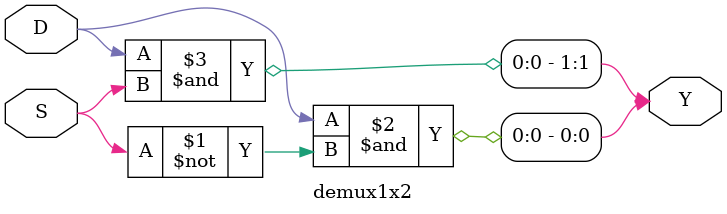
<source format=v>
module demux1x2(
    input D,S,
    output [1:0]Y
);
    assign Y[0] = D & ~S;
    assign Y[1] = D & S;
endmodule
</source>
